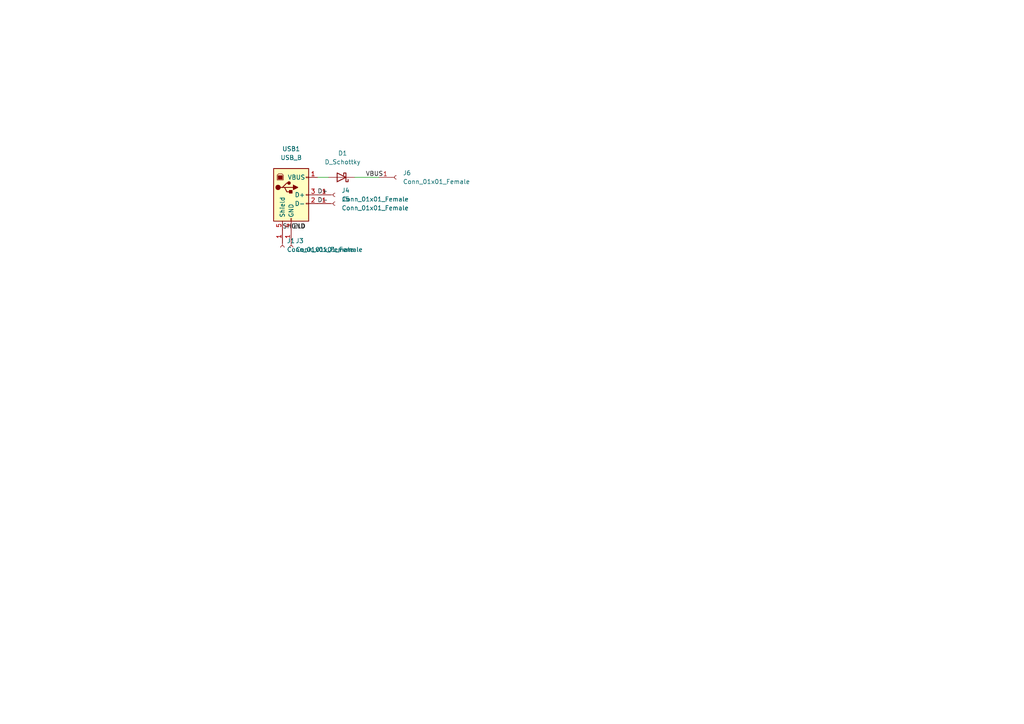
<source format=kicad_sch>
(kicad_sch (version 20211123) (generator eeschema)
  (paper "A4")
  (lib_symbols
    (symbol "Connector:Conn_01x01_Female" (pin_names (offset 1.016) hide)
      (property "Reference" "J" (at 0 2.54 0))
      (property "Value" "Conn_01x01_Female" (at 0 -2.54 0))
      (symbol "Conn_01x01_Female_1_1"
        (polyline (pts (xy -1.27 0) (xy -0.508 0)) (stroke (width 0.1524)))
        (arc (start 0 0.508) (mid -0.508 0) (end 0 -0.508) (stroke (width 0.1524)))
        (pin passive line (at -5.08 0 0) (length 3.81) (name "Pin_1") (number "1"))
      )
    )
    (symbol "Connector:USB_B" (pin_names (offset 1.016))
      (property "Reference" "J" (at -5.08 11.43 0))
      (property "Value" "USB_B" (at -5.08 8.89 0))
      (symbol "USB_B_0_1"
        (rectangle (start -5.08 -7.62) (end 5.08 7.62) (stroke (width 0.254)) (fill (type background)))
        (circle (center -3.81 2.159) (radius 0.635) (stroke (width 0.254)) (fill (type outline)))
        (rectangle (start -3.81 5.588) (end -2.54 4.572) (fill (type outline)))
        (circle (center -0.635 3.429) (radius 0.381) (stroke (width 0.254)) (fill (type outline)))
        (rectangle (start -0.127 -7.62) (end 0.127 -6.858))
        (polyline (pts (xy -1.905 2.159) (xy 0.635 2.159)) (stroke (width 0.254)))
        (polyline (pts (xy -3.175 2.159) (xy -2.54 2.159) (xy -1.27 3.429) (xy -0.635 3.429)) (stroke (width 0.254)))
        (polyline (pts (xy -2.54 2.159) (xy -1.905 2.159) (xy -1.27 0.889) (xy 0 0.889)) (stroke (width 0.254)))
        (polyline (pts (xy 0.635 2.794) (xy 0.635 1.524) (xy 1.905 2.159) (xy 0.635 2.794)) (stroke (width 0.254)) (fill (type outline)))
        (polyline (pts (xy -4.064 4.318) (xy -2.286 4.318) (xy -2.286 5.715) (xy -2.667 6.096) (xy -3.683 6.096) (xy -4.064 5.715) (xy -4.064 4.318)))
        (rectangle (start 0.254 1.27) (end -0.508 0.508) (stroke (width 0.254)) (fill (type outline)))
        (rectangle (start 5.08 -2.667) (end 4.318 -2.413))
        (rectangle (start 5.08 -0.127) (end 4.318 0.127))
        (rectangle (start 5.08 4.953) (end 4.318 5.207))
      )
      (symbol "USB_B_1_1"
        (pin power_out line (at 7.62 5.08 180) (length 2.54) (name "VBUS") (number "1"))
        (pin bidirectional line (at 7.62 -2.54 180) (length 2.54) (name "D-") (number "2"))
        (pin bidirectional line (at 7.62 0 180) (length 2.54) (name "D+") (number "3"))
        (pin power_out line (at 0 -10.16 90) (length 2.54) (name "GND") (number "4"))
        (pin passive line (at -2.54 -10.16 90) (length 2.54) (name "Shield") (number "5"))
      )
    )
    (symbol "Device:D_Schottky" (pin_numbers hide) (pin_names (offset 1.016) hide)
      (property "Reference" "D" (at 0 2.54 0))
      (property "Value" "D_Schottky" (at 0 -2.54 0))
      (symbol "D_Schottky_0_1"
        (polyline (pts (xy 1.27 0) (xy -1.27 0)))
        (polyline (pts (xy 1.27 1.27) (xy 1.27 -1.27) (xy -1.27 0) (xy 1.27 1.27)) (stroke (width 0.254)))
        (polyline (pts (xy -1.905 0.635) (xy -1.905 1.27) (xy -1.27 1.27) (xy -1.27 -1.27) (xy -0.635 -1.27) (xy -0.635 -0.635)) (stroke (width 0.254)))
      )
      (symbol "D_Schottky_1_1"
        (pin passive line (at -3.81 0 0) (length 2.54) (name "K") (number "1"))
        (pin passive line (at 3.81 0 180) (length 2.54) (name "A") (number "2"))
      )
    )
  )
  (wire (pts (xy 102.87 51.435) (xy 109.855 51.435)))
  (wire (pts (xy 92.075 51.435) (xy 95.25 51.435)))
  (label "VBUS" (at 106.045 51.435 0))
  (label "SHIELD" (at 81.915 66.675 0))
  (label "D+" (at 92.075 56.515 0))
  (label "GND" (at 84.455 66.675 0))
  (label "D-" (at 92.075 59.055 0))
  (symbol (lib_id "Connector:Conn_01x01_Female") (at 81.915 71.755 270) (unit 1)
    (property "Reference" "J1" (at 83.185 69.8499 90) (effects (justify left)))
    (property "Value" "Conn_01x01_Female" (at 83.185 72.3899 90) (effects (justify left)))
    (property "Footprint" "TestPoint:TestPoint_Pad_3.0x3.0mm" (effects hide))
  )
  (symbol (lib_id "Connector:Conn_01x01_Female") (at 84.455 71.755 270) (unit 1)
    (property "Reference" "J3" (at 85.725 69.8499 90) (effects (justify left)))
    (property "Value" "Conn_01x01_Female" (at 85.725 72.3899 90) (effects (justify left)))
    (property "Footprint" "TestPoint:TestPoint_Pad_3.0x3.0mm" (effects hide))
  )
  (symbol (lib_id "Connector:Conn_01x01_Female") (at 114.935 51.435 0) (unit 1)
    (property "Reference" "J6" (at 116.84 50.1649 0) (effects (justify left)))
    (property "Value" "Conn_01x01_Female" (at 116.84 52.7049 0) (effects (justify left)))
    (property "Footprint" "TestPoint:TestPoint_Pad_3.0x3.0mm" (effects hide))
  )
  (symbol (lib_id "Connector:Conn_01x01_Female") (at 97.155 59.055 0) (unit 1)
    (property "Reference" "J5" (at 99.06 57.7849 0) (effects (justify left)))
    (property "Value" "Conn_01x01_Female" (at 99.06 60.3249 0) (effects (justify left)))
    (property "Footprint" "TestPoint:TestPoint_Pad_3.0x3.0mm" (effects hide))
  )
  (symbol (lib_id "Connector:Conn_01x01_Female") (at 97.155 56.515 0) (unit 1)
    (property "Reference" "J4" (at 99.06 55.2449 0) (effects (justify left)))
    (property "Value" "Conn_01x01_Female" (at 99.06 57.7849 0) (effects (justify left)))
    (property "Footprint" "TestPoint:TestPoint_Pad_3.0x3.0mm" (effects hide))
  )
  (symbol (lib_id "Connector:USB_B") (at 84.455 56.515 0) (unit 1)
    (property "Reference" "USB1" (at 84.455 43.18 0))
    (property "Value" "USB_B" (at 84.455 45.72 0))
    (property "Footprint" "Connector_USB:USB_B_TE_5787834_Vertical" (effects hide))
    (property "Datasheet" " ~" (effects hide))
  )
  (symbol (lib_id "Device:D_Schottky") (at 99.06 51.435 180) (unit 1)
    (property "Reference" "D1" (at 99.3775 44.45 0))
    (property "Value" "D_Schottky" (at 99.3775 46.99 0))
    (property "Footprint" "Diode_SMD:D_SMB_Handsoldering" (effects hide))
  )
)
</source>
